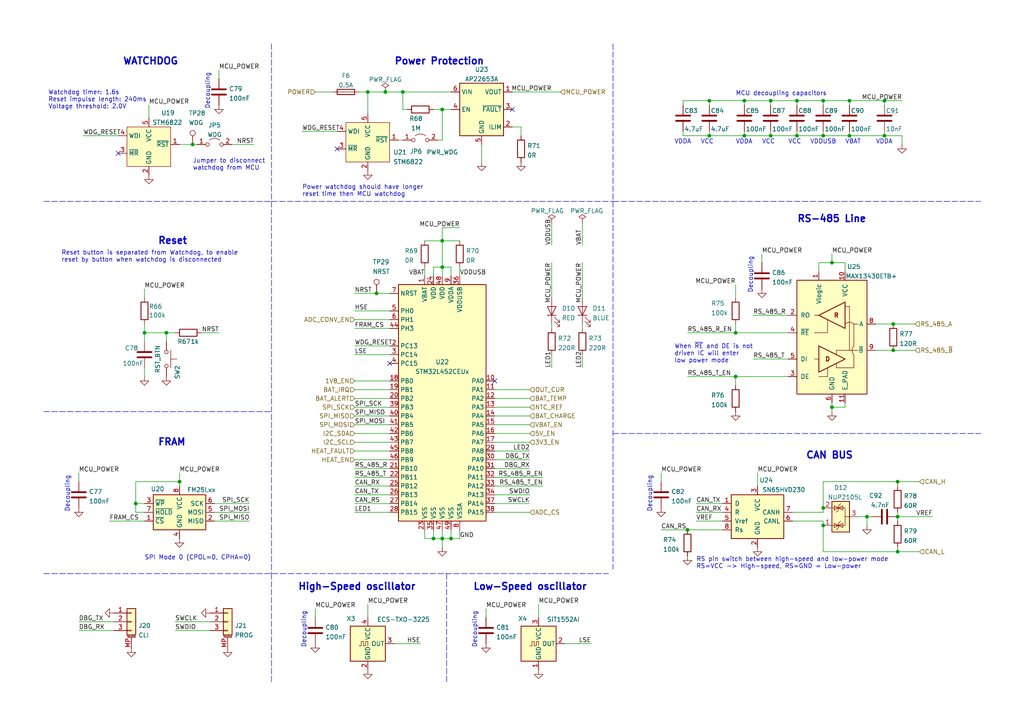
<source format=kicad_sch>
(kicad_sch (version 20210621) (generator eeschema)
  (paper "A4")
  (title_block (title "BUTCube - EPS") (date "2021-06-01") (rev "v1.0") (company "VUT - FIT(STRaDe) & FME(IAE & IPE)") (comment 1 "Author: Petr Malaník"))
  (lib_symbols
    (symbol "Connector:TestPoint" (pin_numbers hide) (pin_names (offset 0.762) hide)
      (property "Reference" "TP" (at 0 6.858 0))
      (property "Value" "TestPoint" (at 0 5.08 0))
      (symbol "TestPoint_1_1"
        (pin passive line (at 0 0 90) (length 2.54) (name "1") (number "1"))
      )
    )
    (symbol "Connector_Generic_MountingPin:Conn_01x03_MountingPin" (pin_names (offset 1.016) hide)
      (property "Reference" "J" (at 0 5.08 0))
      (property "Value" "Conn_01x03_MountingPin" (at 1.27 -5.08 0))
      (symbol "Conn_01x03_MountingPin_1_1"
        (text "Mounting" (at 0 -4.191 0) (effects (font (size 0.381 0.381))))
        (pin passive line (at -5.08 2.54 0) (length 3.81) (name "Pin_1") (number "1"))
        (pin passive line (at -5.08 0 0) (length 3.81) (name "Pin_2") (number "2"))
        (pin passive line (at -5.08 -2.54 0) (length 3.81) (name "Pin_3") (number "3"))
        (pin passive line (at 0 -7.62 90) (length 3.048) (name "MountPin") (number "MP"))
      )
    )
    (symbol "Device:C" (pin_numbers hide) (pin_names (offset 0.254))
      (property "Reference" "C" (at 0.635 2.54 0))
      (property "Value" "C" (at 0.635 -2.54 0))
      (symbol "C_1_1"
        (pin passive line (at 0 3.81 270) (length 2.794) (name "~") (number "1"))
        (pin passive line (at 0 -3.81 90) (length 2.794) (name "~") (number "2"))
      )
    )
    (symbol "Device:Fuse" (pin_numbers hide) (pin_names (offset 0))
      (property "Reference" "F" (at 2.032 0 90))
      (property "Value" "Fuse" (at -1.905 0 90))
      (symbol "Fuse_1_1"
        (pin passive line (at 0 3.81 270) (length 1.27) (name "~") (number "1"))
        (pin passive line (at 0 -3.81 90) (length 1.27) (name "~") (number "2"))
      )
    )
    (symbol "Device:LED" (pin_numbers hide) (pin_names (offset 1.016) hide)
      (property "Reference" "D" (at 0 2.54 0))
      (property "Value" "LED" (at 0 -2.54 0))
      (symbol "LED_1_1"
        (pin passive line (at -3.81 0 0) (length 2.54) (name "K") (number "1"))
        (pin passive line (at 3.81 0 180) (length 2.54) (name "A") (number "2"))
      )
    )
    (symbol "Device:R" (pin_numbers hide) (pin_names (offset 0))
      (property "Reference" "R" (at 2.032 0 90))
      (property "Value" "R" (at 0 0 90))
      (symbol "R_1_1"
        (pin passive line (at 0 3.81 270) (length 1.27) (name "~") (number "1"))
        (pin passive line (at 0 -3.81 90) (length 1.27) (name "~") (number "2"))
      )
    )
    (symbol "Interface_CAN_LIN:SN65HVD230" (pin_names (offset 1.016))
      (property "Reference" "U" (at -2.54 10.16 0))
      (property "Value" "SN65HVD230" (at -2.54 7.62 0))
      (symbol "SN65HVD230_1_1"
        (pin input line (at -10.16 2.54 0) (length 2.54) (name "D") (number "1"))
        (pin power_in line (at 0 -10.16 90) (length 2.54) (name "GND") (number "2"))
        (pin power_in line (at 0 7.62 270) (length 2.54) (name "VCC") (number "3"))
        (pin output line (at -10.16 0 0) (length 2.54) (name "R") (number "4"))
        (pin output line (at -10.16 -2.54 0) (length 2.54) (name "Vref") (number "5"))
        (pin bidirectional line (at 10.16 -2.54 180) (length 2.54) (name "CANL") (number "6"))
        (pin bidirectional line (at 10.16 0 180) (length 2.54) (name "CANH") (number "7"))
        (pin input line (at -10.16 -5.08 0) (length 2.54) (name "Rs") (number "8"))
      )
    )
    (symbol "Jumper:Jumper_2_Open" (pin_names (offset 0) hide)
      (property "Reference" "JP" (at 0 2.794 0))
      (property "Value" "Jumper_2_Open" (at 0 -2.286 0))
      (symbol "Jumper_2_Open_1_1"
        (pin passive line (at -5.08 0 0) (length 2.54) (name "A") (number "1"))
        (pin passive line (at 5.08 0 180) (length 2.54) (name "B") (number "2"))
      )
    )
    (symbol "MCU_ST_STM32L4:STM32L452CEUx"
      (property "Reference" "U" (at -12.7 34.29 0))
      (property "Value" "STM32L452CEUx" (at 7.62 34.29 0))
      (symbol "STM32L452CEUx_1_1"
        (pin power_in line (at -5.08 35.56 270) (length 2.54) (name "VBAT") (number "1"))
        (pin bidirectional line (at 15.24 5.08 180) (length 2.54) (name "PA0") (number "10"))
        (pin bidirectional line (at 15.24 2.54 180) (length 2.54) (name "PA1") (number "11"))
        (pin bidirectional line (at 15.24 0 180) (length 2.54) (name "PA2") (number "12"))
        (pin bidirectional line (at 15.24 -2.54 180) (length 2.54) (name "PA3") (number "13"))
        (pin bidirectional line (at 15.24 -5.08 180) (length 2.54) (name "PA4") (number "14"))
        (pin bidirectional line (at 15.24 -7.62 180) (length 2.54) (name "PA5") (number "15"))
        (pin bidirectional line (at 15.24 -10.16 180) (length 2.54) (name "PA6") (number "16"))
        (pin bidirectional line (at 15.24 -12.7 180) (length 2.54) (name "PA7") (number "17"))
        (pin bidirectional line (at -15.24 5.08 0) (length 2.54) (name "PB0") (number "18"))
        (pin bidirectional line (at -15.24 2.54 0) (length 2.54) (name "PB1") (number "19"))
        (pin bidirectional line (at -15.24 15.24 0) (length 2.54) (name "PC13") (number "2"))
        (pin bidirectional line (at -15.24 0 0) (length 2.54) (name "PB2") (number "20"))
        (pin bidirectional line (at -15.24 -20.32 0) (length 2.54) (name "PB10") (number "21"))
        (pin bidirectional line (at -15.24 -22.86 0) (length 2.54) (name "PB11") (number "22"))
        (pin power_in line (at -5.08 -38.1 90) (length 2.54) (name "VSS") (number "23"))
        (pin power_in line (at -2.54 35.56 270) (length 2.54) (name "VDD") (number "24"))
        (pin bidirectional line (at -15.24 -25.4 0) (length 2.54) (name "PB12") (number "25"))
        (pin bidirectional line (at -15.24 -27.94 0) (length 2.54) (name "PB13") (number "26"))
        (pin bidirectional line (at -15.24 -30.48 0) (length 2.54) (name "PB14") (number "27"))
        (pin bidirectional line (at -15.24 -33.02 0) (length 2.54) (name "PB15") (number "28"))
        (pin bidirectional line (at 15.24 -15.24 180) (length 2.54) (name "PA8") (number "29"))
        (pin bidirectional line (at -15.24 12.7 0) (length 2.54) (name "PC14") (number "3"))
        (pin bidirectional line (at 15.24 -17.78 180) (length 2.54) (name "PA9") (number "30"))
        (pin bidirectional line (at 15.24 -20.32 180) (length 2.54) (name "PA10") (number "31"))
        (pin bidirectional line (at 15.24 -22.86 180) (length 2.54) (name "PA11") (number "32"))
        (pin bidirectional line (at 15.24 -25.4 180) (length 2.54) (name "PA12") (number "33"))
        (pin bidirectional line (at 15.24 -27.94 180) (length 2.54) (name "PA13") (number "34"))
        (pin power_in line (at -2.54 -38.1 90) (length 2.54) (name "VSS") (number "35"))
        (pin power_in line (at 5.08 35.56 270) (length 2.54) (name "VDDUSB") (number "36"))
        (pin bidirectional line (at 15.24 -30.48 180) (length 2.54) (name "PA14") (number "37"))
        (pin bidirectional line (at 15.24 -33.02 180) (length 2.54) (name "PA15") (number "38"))
        (pin bidirectional line (at -15.24 -2.54 0) (length 2.54) (name "PB3") (number "39"))
        (pin bidirectional line (at -15.24 10.16 0) (length 2.54) (name "PC15") (number "4"))
        (pin bidirectional line (at -15.24 -5.08 0) (length 2.54) (name "PB4") (number "40"))
        (pin bidirectional line (at -15.24 -7.62 0) (length 2.54) (name "PB5") (number "41"))
        (pin bidirectional line (at -15.24 -10.16 0) (length 2.54) (name "PB6") (number "42"))
        (pin bidirectional line (at -15.24 -12.7 0) (length 2.54) (name "PB7") (number "43"))
        (pin bidirectional line (at -15.24 20.32 0) (length 2.54) (name "PH3") (number "44"))
        (pin bidirectional line (at -15.24 -15.24 0) (length 2.54) (name "PB8") (number "45"))
        (pin bidirectional line (at -15.24 -17.78 0) (length 2.54) (name "PB9") (number "46"))
        (pin power_in line (at 0 -38.1 90) (length 2.54) (name "VSS") (number "47"))
        (pin power_in line (at 0 35.56 270) (length 2.54) (name "VDD") (number "48"))
        (pin power_in line (at 2.54 -38.1 90) (length 2.54) (name "VSS") (number "49"))
        (pin input line (at -15.24 25.4 0) (length 2.54) (name "PH0") (number "5"))
        (pin input line (at -15.24 22.86 0) (length 2.54) (name "PH1") (number "6"))
        (pin input line (at -15.24 30.48 0) (length 2.54) (name "NRST") (number "7"))
        (pin power_in line (at 5.08 -38.1 90) (length 2.54) (name "VSSA") (number "8"))
        (pin power_in line (at 2.54 35.56 270) (length 2.54) (name "VDDA") (number "9"))
      )
    )
    (symbol "Power_Protection:NUP2105L" (pin_names hide)
      (property "Reference" "D" (at 5.715 2.54 0))
      (property "Value" "NUP2105L" (at 5.715 0.635 0))
      (symbol "NUP2105L_0_0"
        (pin passive line (at 0 -5.08 90) (length 2.54) (name "A") (number "3"))
      )
      (symbol "NUP2105L_1_1"
        (pin passive line (at -2.54 5.08 270) (length 2.54) (name "K") (number "1"))
        (pin passive line (at 2.54 5.08 270) (length 2.54) (name "K") (number "2"))
      )
    )
    (symbol "Switch:SW_Push" (pin_numbers hide) (pin_names (offset 1.016) hide)
      (property "Reference" "SW" (at 1.27 2.54 0))
      (property "Value" "SW_Push" (at 0 -1.524 0))
      (symbol "SW_Push_0_1"
        (pin passive line (at -5.08 0 0) (length 2.54) (name "1") (number "1"))
        (pin passive line (at 5.08 0 180) (length 2.54) (name "2") (number "2"))
      )
    )
    (symbol "TCY_IC:MAX13430ETB+" (pin_names (offset 1.016))
      (property "Reference" "U" (at -10.16 19.05 0))
      (property "Value" "MAX13430ETB+" (at 5.08 19.05 0))
      (symbol "MAX13430ETB+_0_0"
        (text "D" (at -1.27 -5.08 0) (effects (font (size 1.27 1.27) bold)))
        (text "R" (at 1.27 7.62 0) (effects (font (size 1.27 1.27) bold)))
      )
      (symbol "MAX13430ETB+_1_1"
        (pin power_in line (at -3.81 20.32 270) (length 2.54) (name "Vlogic") (number "1"))
        (pin power_in line (at 3.81 20.32 270) (length 2.54) (name "VCC") (number "10"))
        (pin power_in line (at 3.81 -17.78 90) (length 2.54) (name "E_PAD") (number "11"))
        (pin output line (at -12.7 7.62 0) (length 2.54) (name "RO") (number "2"))
        (pin input line (at -12.7 -10.16 0) (length 2.54) (name "DE") (number "3"))
        (pin input line (at -12.7 2.54 0) (length 2.54) (name "~{RE}") (number "4"))
        (pin input line (at -12.7 -5.08 0) (length 2.54) (name "DI") (number "5"))
        (pin power_in line (at 0 -17.78 90) (length 2.54) (name "GND") (number "6"))
        (pin no_connect line (at 10.16 1.27 180) (length 2.54) hide (name "NC") (number "7"))
        (pin input line (at 12.7 5.08 180) (length 2.54) (name "A") (number "8"))
        (pin input line (at 12.7 -2.54 180) (length 2.54) (name "~{B}") (number "9"))
      )
    )
    (symbol "TCY_IC:STM6822"
      (property "Reference" "U" (at 6.35 13.97 0))
      (property "Value" "STM6822" (at 6.35 16.51 0))
      (symbol "STM6822_1_1"
        (pin open_collector line (at 8.89 6.35 180) (length 2.54) (name "~{RST}") (number "1"))
        (pin passive line (at 0 -2.54 90) (length 2.54) (name "GND") (number "2"))
        (pin input line (at -8.89 3.81 0) (length 2.54) (name "~{MR}") (number "3"))
        (pin input line (at -8.89 8.89 0) (length 2.54) (name "WDI") (number "4"))
        (pin power_in line (at 0 13.97 270) (length 2.54) (name "VCC") (number "5"))
      )
    )
    (symbol "TCY_memory:FM25Lxx"
      (property "Reference" "U" (at -7.62 6.35 0))
      (property "Value" "FM25Lxx" (at 2.54 -6.35 0))
      (symbol "FM25Lxx_1_1"
        (pin input line (at -10.16 -2.54 0) (length 2.54) (name "~{CS}") (number "1"))
        (pin tri_state line (at 10.16 -2.54 180) (length 2.54) (name "MISO") (number "2"))
        (pin input line (at -10.16 2.54 0) (length 2.54) (name "~{WP}") (number "3"))
        (pin power_in line (at 0 -7.62 90) (length 2.54) (name "GND") (number "4"))
        (pin input line (at 10.16 0 180) (length 2.54) (name "MOSI") (number "5"))
        (pin input line (at 10.16 2.54 180) (length 2.54) (name "SCK") (number "6"))
        (pin input line (at -10.16 0 0) (length 2.54) (name "~{HOLD}") (number "7"))
        (pin power_in line (at 0 7.62 270) (length 2.54) (name "VCC") (number "8"))
        (pin passive line (at 0 -7.62 90) (length 2.54) hide (name "GND") (number "9"))
      )
    )
    (symbol "TCY_ocillators:ECS-TXO-3225" (pin_names (offset 0.254))
      (property "Reference" "X" (at -6.35 6.35 0))
      (property "Value" "ECS-TXO-3225" (at 1.27 6.35 0))
      (symbol "ECS-TXO-3225_1_1"
        (pin no_connect line (at -7.62 0 0) (length 2.54) hide (name "NC") (number "1"))
        (pin power_in line (at 0 -7.62 90) (length 2.54) (name "GND") (number "2"))
        (pin output line (at 7.62 0 180) (length 2.54) (name "OUT") (number "3"))
        (pin power_in line (at 0 7.62 270) (length 2.54) (name "VCC") (number "4"))
      )
    )
    (symbol "TCY_ocillators:SiT1552AI" (pin_names (offset 0.254))
      (property "Reference" "X" (at -6.35 6.35 0))
      (property "Value" "SiT1552AI" (at 1.27 6.35 0))
      (symbol "SiT1552AI_1_1"
        (pin power_in line (at 0 -7.62 90) (length 2.54) (name "GND") (number "1"))
        (pin output line (at 7.62 0 180) (length 2.54) (name "OUT") (number "2"))
        (pin power_in line (at 0 7.62 270) (length 2.54) (name "VCC") (number "3"))
        (pin power_in line (at 0 -7.62 90) (length 2.54) hide (name "GND") (number "4"))
      )
    )
    (symbol "TCY_power_management:AP22653"
      (property "Reference" "U" (at 8.89 7.62 0))
      (property "Value" "AP22653" (at 0 7.62 0))
      (symbol "AP22653_1_1"
        (pin power_out line (at 8.89 2.54 180) (length 2.54) (name "VOUT") (number "1"))
        (pin passive line (at 8.89 -7.62 180) (length 2.54) (name "ILIM") (number "2"))
        (pin output line (at 8.89 -2.54 180) (length 2.54) (name "~{FAULT}") (number "3"))
        (pin input line (at -8.89 -2.54 0) (length 2.54) (name "EN") (number "4"))
        (pin passive line (at 0 -12.7 90) (length 2.54) (name "GND") (number "5"))
        (pin power_in line (at -8.89 2.54 0) (length 2.54) (name "VIN") (number "6"))
        (pin passive line (at 0 -12.7 90) (length 2.54) hide (name "E_PAD") (number "7"))
      )
    )
    (symbol "power:GND" (power) (pin_names (offset 0))
      (property "Value" "GND" (at 0 -3.81 0))
      (symbol "GND_1_1"
        (pin power_in line (at 0 0 270) (length 0) hide (name "GND") (number "1"))
      )
    )
    (symbol "power:PWR_FLAG" (power) (pin_numbers hide) (pin_names (offset 0) hide)
      (property "Value" "PWR_FLAG" (at 0 3.81 0))
      (symbol "PWR_FLAG_0_0"
        (pin power_out line (at 0 0 90) (length 0) (name "pwr") (number "1"))
      )
    )
  )
  (junction (at 39.37 146.05) (diameter 0.9144))
  (junction (at 41.91 96.52) (diameter 0.9144))
  (junction (at 48.26 96.52) (diameter 0.9144))
  (junction (at 52.07 139.7) (diameter 0.9144))
  (junction (at 55.88 41.91) (diameter 0.9144))
  (junction (at 106.68 26.67) (diameter 0.9144))
  (junction (at 109.22 85.09) (diameter 0.9144))
  (junction (at 111.76 26.67) (diameter 0.9144))
  (junction (at 116.84 26.67) (diameter 0.9144))
  (junction (at 125.73 156.21) (diameter 0.9144))
  (junction (at 128.27 31.75) (diameter 0.9144))
  (junction (at 128.27 69.85) (diameter 0.9144))
  (junction (at 128.27 77.47) (diameter 0.9144))
  (junction (at 128.27 156.21) (diameter 0.9144))
  (junction (at 130.81 156.21) (diameter 0.9144))
  (junction (at 199.39 153.67) (diameter 0.9144))
  (junction (at 205.74 29.21) (diameter 0.9144))
  (junction (at 205.74 39.37) (diameter 0.9144))
  (junction (at 213.36 96.52) (diameter 0.9144))
  (junction (at 213.36 109.22) (diameter 0.9144))
  (junction (at 215.9 29.21) (diameter 0.9144))
  (junction (at 215.9 39.37) (diameter 0.9144))
  (junction (at 223.52 29.21) (diameter 0.9144))
  (junction (at 223.52 39.37) (diameter 0.9144))
  (junction (at 231.14 29.21) (diameter 0.9144))
  (junction (at 231.14 39.37) (diameter 0.9144))
  (junction (at 238.76 29.21) (diameter 0.9144))
  (junction (at 238.76 39.37) (diameter 0.9144))
  (junction (at 238.76 147.32) (diameter 0.9144))
  (junction (at 238.76 152.4) (diameter 0.9144))
  (junction (at 241.3 76.2) (diameter 0.9144))
  (junction (at 241.3 118.11) (diameter 0.9144))
  (junction (at 246.38 29.21) (diameter 0.9144))
  (junction (at 246.38 39.37) (diameter 0.9144))
  (junction (at 251.46 149.86) (diameter 0.9144))
  (junction (at 256.54 29.21) (diameter 0.9144))
  (junction (at 256.54 39.37) (diameter 0.9144))
  (junction (at 259.08 93.98) (diameter 0.9144))
  (junction (at 259.08 101.6) (diameter 0.9144))
  (junction (at 260.35 139.7) (diameter 0.9144))
  (junction (at 260.35 149.86) (diameter 0.9144))
  (junction (at 260.35 160.02) (diameter 0.9144))
  (no_connect (at 34.29 44.45))
  (no_connect (at 97.79 43.18))
  (no_connect (at 113.03 105.41))
  (no_connect (at 143.51 110.49))
  (no_connect (at 148.59 31.75))
  (wire (pts (xy 22.86 137.16) (xy 22.86 139.7)))
  (wire (pts (xy 24.13 39.37) (xy 34.29 39.37)))
  (wire (pts (xy 31.75 151.13) (xy 41.91 151.13)))
  (wire (pts (xy 33.02 180.34) (xy 22.86 180.34)))
  (wire (pts (xy 33.02 182.88) (xy 22.86 182.88)))
  (wire (pts (xy 39.37 139.7) (xy 52.07 139.7)))
  (wire (pts (xy 39.37 146.05) (xy 39.37 139.7)))
  (wire (pts (xy 39.37 146.05) (xy 41.91 146.05)))
  (wire (pts (xy 39.37 148.59) (xy 39.37 146.05)))
  (wire (pts (xy 41.91 83.82) (xy 41.91 86.36)))
  (wire (pts (xy 41.91 93.98) (xy 41.91 96.52)))
  (wire (pts (xy 41.91 96.52) (xy 41.91 99.06)))
  (wire (pts (xy 41.91 96.52) (xy 48.26 96.52)))
  (wire (pts (xy 41.91 106.68) (xy 41.91 109.22)))
  (wire (pts (xy 41.91 148.59) (xy 39.37 148.59)))
  (wire (pts (xy 43.18 30.48) (xy 43.18 34.29)))
  (wire (pts (xy 48.26 96.52) (xy 48.26 99.06)))
  (wire (pts (xy 48.26 96.52) (xy 50.8 96.52)))
  (wire (pts (xy 52.07 41.91) (xy 55.88 41.91)))
  (wire (pts (xy 52.07 137.16) (xy 52.07 139.7)))
  (wire (pts (xy 52.07 139.7) (xy 52.07 140.97)))
  (wire (pts (xy 55.88 41.91) (xy 57.15 41.91)))
  (wire (pts (xy 58.42 96.52) (xy 63.5 96.52)))
  (wire (pts (xy 60.96 180.34) (xy 50.8 180.34)))
  (wire (pts (xy 60.96 182.88) (xy 50.8 182.88)))
  (wire (pts (xy 63.5 20.32) (xy 63.5 22.86)))
  (wire (pts (xy 67.31 41.91) (xy 73.66 41.91)))
  (wire (pts (xy 72.39 146.05) (xy 62.23 146.05)))
  (wire (pts (xy 72.39 148.59) (xy 62.23 148.59)))
  (wire (pts (xy 72.39 151.13) (xy 62.23 151.13)))
  (wire (pts (xy 87.63 38.1) (xy 97.79 38.1)))
  (wire (pts (xy 91.44 26.67) (xy 96.52 26.67)))
  (wire (pts (xy 91.44 176.53) (xy 91.44 179.07)))
  (wire (pts (xy 102.87 85.09) (xy 109.22 85.09)))
  (wire (pts (xy 102.87 90.17) (xy 113.03 90.17)))
  (wire (pts (xy 102.87 92.71) (xy 113.03 92.71)))
  (wire (pts (xy 102.87 95.25) (xy 113.03 95.25)))
  (wire (pts (xy 102.87 100.33) (xy 113.03 100.33)))
  (wire (pts (xy 102.87 102.87) (xy 113.03 102.87)))
  (wire (pts (xy 102.87 110.49) (xy 113.03 110.49)))
  (wire (pts (xy 102.87 113.03) (xy 113.03 113.03)))
  (wire (pts (xy 102.87 115.57) (xy 113.03 115.57)))
  (wire (pts (xy 102.87 118.11) (xy 113.03 118.11)))
  (wire (pts (xy 102.87 120.65) (xy 113.03 120.65)))
  (wire (pts (xy 102.87 123.19) (xy 113.03 123.19)))
  (wire (pts (xy 102.87 125.73) (xy 113.03 125.73)))
  (wire (pts (xy 102.87 128.27) (xy 113.03 128.27)))
  (wire (pts (xy 102.87 130.81) (xy 113.03 130.81)))
  (wire (pts (xy 102.87 133.35) (xy 113.03 133.35)))
  (wire (pts (xy 102.87 135.89) (xy 113.03 135.89)))
  (wire (pts (xy 102.87 138.43) (xy 113.03 138.43)))
  (wire (pts (xy 102.87 140.97) (xy 113.03 140.97)))
  (wire (pts (xy 102.87 143.51) (xy 113.03 143.51)))
  (wire (pts (xy 102.87 146.05) (xy 113.03 146.05)))
  (wire (pts (xy 102.87 148.59) (xy 113.03 148.59)))
  (wire (pts (xy 104.14 26.67) (xy 106.68 26.67)))
  (wire (pts (xy 106.68 26.67) (xy 111.76 26.67)))
  (wire (pts (xy 106.68 33.02) (xy 106.68 26.67)))
  (wire (pts (xy 106.68 175.26) (xy 106.68 179.07)))
  (wire (pts (xy 109.22 85.09) (xy 113.03 85.09)))
  (wire (pts (xy 111.76 26.67) (xy 116.84 26.67)))
  (wire (pts (xy 114.3 186.69) (xy 121.92 186.69)))
  (wire (pts (xy 115.57 40.64) (xy 116.84 40.64)))
  (wire (pts (xy 116.84 26.67) (xy 116.84 31.75)))
  (wire (pts (xy 116.84 26.67) (xy 130.81 26.67)))
  (wire (pts (xy 118.11 31.75) (xy 116.84 31.75)))
  (wire (pts (xy 123.19 69.85) (xy 128.27 69.85)))
  (wire (pts (xy 123.19 77.47) (xy 123.19 80.01)))
  (wire (pts (xy 123.19 156.21) (xy 123.19 153.67)))
  (wire (pts (xy 125.73 31.75) (xy 128.27 31.75)))
  (wire (pts (xy 125.73 77.47) (xy 125.73 80.01)))
  (wire (pts (xy 125.73 77.47) (xy 128.27 77.47)))
  (wire (pts (xy 125.73 153.67) (xy 125.73 156.21)))
  (wire (pts (xy 125.73 156.21) (xy 123.19 156.21)))
  (wire (pts (xy 127 40.64) (xy 128.27 40.64)))
  (wire (pts (xy 128.27 31.75) (xy 128.27 40.64)))
  (wire (pts (xy 128.27 31.75) (xy 130.81 31.75)))
  (wire (pts (xy 128.27 66.04) (xy 133.35 66.04)))
  (wire (pts (xy 128.27 69.85) (xy 128.27 66.04)))
  (wire (pts (xy 128.27 69.85) (xy 128.27 77.47)))
  (wire (pts (xy 128.27 69.85) (xy 133.35 69.85)))
  (wire (pts (xy 128.27 77.47) (xy 128.27 80.01)))
  (wire (pts (xy 128.27 153.67) (xy 128.27 156.21)))
  (wire (pts (xy 128.27 156.21) (xy 125.73 156.21)))
  (wire (pts (xy 128.27 156.21) (xy 130.81 156.21)))
  (wire (pts (xy 128.27 158.75) (xy 128.27 156.21)))
  (wire (pts (xy 130.81 77.47) (xy 128.27 77.47)))
  (wire (pts (xy 130.81 80.01) (xy 130.81 77.47)))
  (wire (pts (xy 130.81 153.67) (xy 130.81 156.21)))
  (wire (pts (xy 130.81 156.21) (xy 133.35 156.21)))
  (wire (pts (xy 133.35 77.47) (xy 133.35 80.01)))
  (wire (pts (xy 133.35 156.21) (xy 133.35 153.67)))
  (wire (pts (xy 139.7 41.91) (xy 139.7 46.99)))
  (wire (pts (xy 140.97 176.53) (xy 140.97 179.07)))
  (wire (pts (xy 143.51 113.03) (xy 153.67 113.03)))
  (wire (pts (xy 143.51 115.57) (xy 153.67 115.57)))
  (wire (pts (xy 143.51 118.11) (xy 153.67 118.11)))
  (wire (pts (xy 143.51 120.65) (xy 153.67 120.65)))
  (wire (pts (xy 143.51 123.19) (xy 153.67 123.19)))
  (wire (pts (xy 143.51 125.73) (xy 153.67 125.73)))
  (wire (pts (xy 143.51 128.27) (xy 153.67 128.27)))
  (wire (pts (xy 143.51 130.81) (xy 153.67 130.81)))
  (wire (pts (xy 143.51 133.35) (xy 153.67 133.35)))
  (wire (pts (xy 143.51 135.89) (xy 153.67 135.89)))
  (wire (pts (xy 143.51 138.43) (xy 157.48 138.43)))
  (wire (pts (xy 143.51 140.97) (xy 157.48 140.97)))
  (wire (pts (xy 143.51 143.51) (xy 153.67 143.51)))
  (wire (pts (xy 143.51 146.05) (xy 153.67 146.05)))
  (wire (pts (xy 143.51 148.59) (xy 153.67 148.59)))
  (wire (pts (xy 148.59 26.67) (xy 162.56 26.67)))
  (wire (pts (xy 148.59 36.83) (xy 151.13 36.83)))
  (wire (pts (xy 151.13 36.83) (xy 151.13 39.37)))
  (wire (pts (xy 156.21 175.26) (xy 156.21 179.07)))
  (wire (pts (xy 160.02 64.77) (xy 160.02 71.12)))
  (wire (pts (xy 160.02 76.2) (xy 160.02 86.36)))
  (wire (pts (xy 160.02 93.98) (xy 160.02 95.25)))
  (wire (pts (xy 160.02 102.87) (xy 160.02 106.68)))
  (wire (pts (xy 163.83 186.69) (xy 171.45 186.69)))
  (wire (pts (xy 168.91 64.77) (xy 168.91 71.12)))
  (wire (pts (xy 168.91 76.2) (xy 168.91 86.36)))
  (wire (pts (xy 168.91 93.98) (xy 168.91 95.25)))
  (wire (pts (xy 168.91 102.87) (xy 168.91 106.68)))
  (wire (pts (xy 191.77 137.16) (xy 191.77 139.7)))
  (wire (pts (xy 191.77 153.67) (xy 199.39 153.67)))
  (wire (pts (xy 198.12 29.21) (xy 205.74 29.21)))
  (wire (pts (xy 198.12 30.48) (xy 198.12 29.21)))
  (wire (pts (xy 198.12 39.37) (xy 198.12 38.1)))
  (wire (pts (xy 199.39 96.52) (xy 213.36 96.52)))
  (wire (pts (xy 199.39 109.22) (xy 213.36 109.22)))
  (wire (pts (xy 199.39 153.67) (xy 209.55 153.67)))
  (wire (pts (xy 201.93 146.05) (xy 209.55 146.05)))
  (wire (pts (xy 201.93 148.59) (xy 209.55 148.59)))
  (wire (pts (xy 201.93 151.13) (xy 209.55 151.13)))
  (wire (pts (xy 205.74 29.21) (xy 205.74 30.48)))
  (wire (pts (xy 205.74 29.21) (xy 215.9 29.21)))
  (wire (pts (xy 205.74 38.1) (xy 205.74 39.37)))
  (wire (pts (xy 205.74 39.37) (xy 198.12 39.37)))
  (wire (pts (xy 205.74 39.37) (xy 215.9 39.37)))
  (wire (pts (xy 213.36 82.55) (xy 213.36 86.36)))
  (wire (pts (xy 213.36 93.98) (xy 213.36 96.52)))
  (wire (pts (xy 213.36 96.52) (xy 228.6 96.52)))
  (wire (pts (xy 213.36 109.22) (xy 213.36 111.76)))
  (wire (pts (xy 213.36 109.22) (xy 228.6 109.22)))
  (wire (pts (xy 215.9 29.21) (xy 223.52 29.21)))
  (wire (pts (xy 215.9 30.48) (xy 215.9 29.21)))
  (wire (pts (xy 215.9 39.37) (xy 215.9 38.1)))
  (wire (pts (xy 218.44 91.44) (xy 228.6 91.44)))
  (wire (pts (xy 218.44 104.14) (xy 228.6 104.14)))
  (wire (pts (xy 219.71 137.16) (xy 219.71 140.97)))
  (wire (pts (xy 220.98 73.66) (xy 220.98 76.2)))
  (wire (pts (xy 223.52 29.21) (xy 231.14 29.21)))
  (wire (pts (xy 223.52 30.48) (xy 223.52 29.21)))
  (wire (pts (xy 223.52 39.37) (xy 215.9 39.37)))
  (wire (pts (xy 223.52 39.37) (xy 223.52 38.1)))
  (wire (pts (xy 229.87 148.59) (xy 238.76 148.59)))
  (wire (pts (xy 229.87 151.13) (xy 238.76 151.13)))
  (wire (pts (xy 231.14 29.21) (xy 231.14 30.48)))
  (wire (pts (xy 231.14 29.21) (xy 238.76 29.21)))
  (wire (pts (xy 231.14 38.1) (xy 231.14 39.37)))
  (wire (pts (xy 231.14 39.37) (xy 223.52 39.37)))
  (wire (pts (xy 237.49 76.2) (xy 241.3 76.2)))
  (wire (pts (xy 237.49 78.74) (xy 237.49 76.2)))
  (wire (pts (xy 238.76 29.21) (xy 238.76 30.48)))
  (wire (pts (xy 238.76 29.21) (xy 246.38 29.21)))
  (wire (pts (xy 238.76 38.1) (xy 238.76 39.37)))
  (wire (pts (xy 238.76 39.37) (xy 231.14 39.37)))
  (wire (pts (xy 238.76 139.7) (xy 238.76 147.32)))
  (wire (pts (xy 238.76 148.59) (xy 238.76 147.32)))
  (wire (pts (xy 238.76 151.13) (xy 238.76 152.4)))
  (wire (pts (xy 238.76 152.4) (xy 238.76 160.02)))
  (wire (pts (xy 241.3 76.2) (xy 241.3 73.66)))
  (wire (pts (xy 241.3 116.84) (xy 241.3 118.11)))
  (wire (pts (xy 241.3 118.11) (xy 241.3 119.38)))
  (wire (pts (xy 245.11 76.2) (xy 241.3 76.2)))
  (wire (pts (xy 245.11 78.74) (xy 245.11 76.2)))
  (wire (pts (xy 245.11 116.84) (xy 245.11 118.11)))
  (wire (pts (xy 245.11 118.11) (xy 241.3 118.11)))
  (wire (pts (xy 246.38 29.21) (xy 246.38 30.48)))
  (wire (pts (xy 246.38 29.21) (xy 256.54 29.21)))
  (wire (pts (xy 246.38 38.1) (xy 246.38 39.37)))
  (wire (pts (xy 246.38 39.37) (xy 238.76 39.37)))
  (wire (pts (xy 246.38 39.37) (xy 256.54 39.37)))
  (wire (pts (xy 248.92 149.86) (xy 251.46 149.86)))
  (wire (pts (xy 251.46 149.86) (xy 251.46 152.4)))
  (wire (pts (xy 251.46 149.86) (xy 252.73 149.86)))
  (wire (pts (xy 254 93.98) (xy 259.08 93.98)))
  (wire (pts (xy 254 101.6) (xy 259.08 101.6)))
  (wire (pts (xy 256.54 29.21) (xy 256.54 30.48)))
  (wire (pts (xy 256.54 29.21) (xy 261.62 29.21)))
  (wire (pts (xy 256.54 38.1) (xy 256.54 39.37)))
  (wire (pts (xy 256.54 39.37) (xy 261.62 39.37)))
  (wire (pts (xy 259.08 93.98) (xy 265.43 93.98)))
  (wire (pts (xy 259.08 101.6) (xy 265.43 101.6)))
  (wire (pts (xy 260.35 139.7) (xy 238.76 139.7)))
  (wire (pts (xy 260.35 139.7) (xy 260.35 140.97)))
  (wire (pts (xy 260.35 148.59) (xy 260.35 149.86)))
  (wire (pts (xy 260.35 149.86) (xy 270.51 149.86)))
  (wire (pts (xy 260.35 151.13) (xy 260.35 149.86)))
  (wire (pts (xy 260.35 158.75) (xy 260.35 160.02)))
  (wire (pts (xy 260.35 160.02) (xy 238.76 160.02)))
  (wire (pts (xy 261.62 39.37) (xy 261.62 41.91)))
  (wire (pts (xy 266.7 139.7) (xy 260.35 139.7)))
  (wire (pts (xy 266.7 160.02) (xy 260.35 160.02)))
  (polyline (pts (xy 12.7 58.42) (xy 78.74 58.42)) (stroke (width 0) (type dash)))
  (polyline (pts (xy 12.7 119.38) (xy 78.74 119.38)) (stroke (width 0) (type dash)))
  (polyline (pts (xy 12.7 166.37) (xy 176.53 166.37)) (stroke (width 0) (type dash)))
  (polyline (pts (xy 78.74 12.7) (xy 78.74 166.37)) (stroke (width 0) (type dash)))
  (polyline (pts (xy 78.74 58.42) (xy 177.8 58.42)) (stroke (width 0) (type dash)))
  (polyline (pts (xy 78.74 166.37) (xy 78.74 198.12)) (stroke (width 0) (type dash)))
  (polyline (pts (xy 129.54 166.37) (xy 129.54 198.12)) (stroke (width 0) (type dash)))
  (polyline (pts (xy 177.8 12.7) (xy 177.8 165.1)) (stroke (width 0) (type dash)))
  (polyline (pts (xy 177.8 58.42) (xy 284.48 58.42)) (stroke (width 0) (type dash)))
  (polyline (pts (xy 177.8 125.73) (xy 284.48 125.73)) (stroke (width 0) (type dash)))
  (text "Watchdog timer: 1.6s\nReset impulse length: 240ms\nVoltage threshold: 2.0V" (at 13.97 31.75 0) (effects (font (size 1.27 1.27)) (justify left bottom)))
  (text "Reset button is separated from Watchdog, to enable\nreset by button when watchdog is disconnected" (at 17.78 76.2 0) (effects (font (size 1.27 1.27)) (justify left bottom)))
  (text "Decoupling" (at 20.32 148.59 90) (effects (font (size 1.27 1.27)) (justify left bottom)))
  (text "WATCHDOG" (at 35.56 19.05 0) (effects (font (size 2 2) (thickness 0.4) bold) (justify left bottom)))
  (text "SPI Mode 0 (CPOL=0, CPHA=0)" (at 41.91 162.56 0) (effects (font (size 1.27 1.27)) (justify left bottom)))
  (text "Reset" (at 45.72 71.12 0) (effects (font (size 2 2) (thickness 0.4) bold) (justify left bottom)))
  (text "FRAM" (at 45.72 129.54 0) (effects (font (size 2 2) (thickness 0.4) bold) (justify left bottom)))
  (text "Jumper to disconnect\nwatchdog from MCU" (at 55.88 49.53 0) (effects (font (size 1.27 1.27)) (justify left bottom)))
  (text "Decoupling" (at 60.96 31.75 90) (effects (font (size 1.27 1.27)) (justify left bottom)))
  (text "High-Speed oscillator" (at 86.36 171.45 0) (effects (font (size 2 2) (thickness 0.4) bold) (justify left bottom)))
  (text "Power watchdog should have longer\nreset time then MCU watchdog" (at 87.63 57.15 0) (effects (font (size 1.27 1.27)) (justify left bottom)))
  (text "Decoupling" (at 88.9 187.96 90) (effects (font (size 1.27 1.27)) (justify left bottom)))
  (text "Power Protection" (at 114.3 19.05 0) (effects (font (size 2 2) (thickness 0.4) bold) (justify left bottom)))
  (text "Low-Speed oscillator" (at 137.16 171.45 0) (effects (font (size 2 2) (thickness 0.4) bold) (justify left bottom)))
  (text "Decoupling" (at 138.43 187.96 90) (effects (font (size 1.27 1.27)) (justify left bottom)))
  (text "Decoupling" (at 189.23 148.59 90) (effects (font (size 1.27 1.27)) (justify left bottom)))
  (text "VDDA" (at 195.58 41.91 0) (effects (font (size 1.27 1.27)) (justify left bottom)))
  (text "When ~{RE} and DE is not\ndriven IC will enter\nlow power mode" (at 195.58 105.41 0) (effects (font (size 1.27 1.27)) (justify left bottom)))
  (text "RS pin switch between high-speed and low-power mode\nRS=VCC -> High-speed, RS=GND = Low-power" (at 201.93 165.1 0) (effects (font (size 1.27 1.27)) (justify left bottom)))
  (text "VCC" (at 203.2 41.91 0) (effects (font (size 1.27 1.27)) (justify left bottom)))
  (text "MCU decoupling capacitors" (at 213.36 27.94 0) (effects (font (size 1.27 1.27)) (justify left bottom)))
  (text "VDDA" (at 213.36 41.91 0) (effects (font (size 1.27 1.27)) (justify left bottom)))
  (text "Decoupling" (at 218.44 85.09 90) (effects (font (size 1.27 1.27)) (justify left bottom)))
  (text "VCC" (at 220.98 41.91 0) (effects (font (size 1.27 1.27)) (justify left bottom)))
  (text "VCC" (at 228.6 41.91 0) (effects (font (size 1.27 1.27)) (justify left bottom)))
  (text "RS-485 Line" (at 231.14 64.77 0) (effects (font (size 2 2) (thickness 0.4) bold) (justify left bottom)))
  (text "CAN BUS" (at 233.68 133.35 0) (effects (font (size 2 2) (thickness 0.4) bold) (justify left bottom)))
  (text "VDDUSB" (at 234.95 41.91 0) (effects (font (size 1.27 1.27)) (justify left bottom)))
  (text "VBAT" (at 245.11 41.91 0) (effects (font (size 1.27 1.27)) (justify left bottom)))
  (text "VDDA" (at 254 41.91 0) (effects (font (size 1.27 1.27)) (justify left bottom)))
  (label "MCU_POWER" (at 22.86 137.16 0))
  (label "DBG_TX" (at 22.86 180.34 0))
  (label "DBG_RX" (at 22.86 182.88 0))
  (label "WDG_RESET" (at 24.13 39.37 0))
  (label "FRAM_CS" (at 31.75 151.13 0))
  (label "MCU_POWER" (at 41.91 83.82 0))
  (label "MCU_POWER" (at 43.18 30.48 0))
  (label "SWCLK" (at 50.8 180.34 0))
  (label "SWDIO" (at 50.8 182.88 0))
  (label "MCU_POWER" (at 52.07 137.16 0))
  (label "MCU_POWER" (at 63.5 20.32 0))
  (label "NRST" (at 63.5 96.52 180))
  (label "SPI_SCK" (at 72.39 146.05 180))
  (label "SPI_MOSI" (at 72.39 148.59 180))
  (label "SPI_MISO" (at 72.39 151.13 180))
  (label "NRST" (at 73.66 41.91 180))
  (label "WDG_RESET" (at 87.63 38.1 0))
  (label "MCU_POWER" (at 91.44 176.53 0))
  (label "NRST" (at 102.87 85.09 0))
  (label "HSE" (at 102.87 90.17 0))
  (label "FRAM_CS" (at 102.87 95.25 0))
  (label "WDG_RESET" (at 102.87 100.33 0))
  (label "LSE" (at 102.87 102.87 0))
  (label "SPI_SCK" (at 102.87 118.11 0))
  (label "SPI_MISO" (at 102.87 120.65 0))
  (label "SPI_MOSI" (at 102.87 123.19 0))
  (label "RS_485_R" (at 102.87 135.89 0))
  (label "RS_485_T" (at 102.87 138.43 0))
  (label "CAN_RX" (at 102.87 140.97 0))
  (label "CAN_TX" (at 102.87 143.51 0))
  (label "CAN_RS" (at 102.87 146.05 0))
  (label "LED1" (at 102.87 148.59 0))
  (label "MCU_POWER" (at 106.68 175.26 0))
  (label "HSE" (at 121.92 186.69 180))
  (label "VBAT" (at 123.19 80.01 180))
  (label "MCU_POWER" (at 133.35 66.04 180))
  (label "VDDUSB" (at 133.35 80.01 0))
  (label "GND" (at 133.35 156.21 0))
  (label "MCU_POWER" (at 140.97 176.53 0))
  (label "LED2" (at 153.67 130.81 180))
  (label "DBG_TX" (at 153.67 133.35 180))
  (label "DBG_RX" (at 153.67 135.89 180))
  (label "SWDIO" (at 153.67 143.51 180))
  (label "SWCLK" (at 153.67 146.05 180))
  (label "MCU_POWER" (at 156.21 175.26 0))
  (label "RS_485_R_EN" (at 157.48 138.43 180))
  (label "RS_485_T_EN" (at 157.48 140.97 180))
  (label "MCU_POWER" (at 160.02 26.67 180))
  (label "VDDUSB" (at 160.02 71.12 90))
  (label "MCU_POWER" (at 160.02 76.2 270))
  (label "LED1" (at 160.02 106.68 90))
  (label "VBAT" (at 168.91 71.12 90))
  (label "MCU_POWER" (at 168.91 76.2 270))
  (label "LED2" (at 168.91 106.68 90))
  (label "LSE" (at 171.45 186.69 180))
  (label "MCU_POWER" (at 191.77 137.16 0))
  (label "CAN_RS" (at 191.77 153.67 0))
  (label "RS_485_R_EN" (at 199.39 96.52 0))
  (label "RS_485_T_EN" (at 199.39 109.22 0))
  (label "CAN_TX" (at 201.93 146.05 0))
  (label "CAN_RX" (at 201.93 148.59 0))
  (label "VREF" (at 201.93 151.13 0))
  (label "MCU_POWER" (at 213.36 82.55 180))
  (label "RS_485_R" (at 218.44 91.44 0))
  (label "RS_485_T" (at 218.44 104.14 0))
  (label "MCU_POWER" (at 219.71 137.16 0))
  (label "MCU_POWER" (at 220.98 73.66 0))
  (label "MCU_POWER" (at 241.3 73.66 0))
  (label "MCU_POWER" (at 261.62 29.21 180))
  (label "VREF" (at 270.51 149.86 180))
  (hierarchical_label "POWER" (shape input) (at 91.44 26.67 180))
  (hierarchical_label "ADC_CONV_EN" (shape input) (at 102.87 92.71 180))
  (hierarchical_label "1V8_EN" (shape input) (at 102.87 110.49 180))
  (hierarchical_label "BAT_IRQ" (shape input) (at 102.87 113.03 180))
  (hierarchical_label "BAT_ALERT" (shape input) (at 102.87 115.57 180))
  (hierarchical_label "SPI_SCK" (shape input) (at 102.87 118.11 180))
  (hierarchical_label "SPI_MISO" (shape input) (at 102.87 120.65 180))
  (hierarchical_label "SPI_MOSI" (shape input) (at 102.87 123.19 180))
  (hierarchical_label "I2C_SDA" (shape input) (at 102.87 125.73 180))
  (hierarchical_label "I2C_SCL" (shape input) (at 102.87 128.27 180))
  (hierarchical_label "HEAT_FAULT" (shape input) (at 102.87 130.81 180))
  (hierarchical_label "HEAT_EN" (shape input) (at 102.87 133.35 180))
  (hierarchical_label "OUT_CUR" (shape input) (at 153.67 113.03 0))
  (hierarchical_label "BAT_TEMP" (shape input) (at 153.67 115.57 0))
  (hierarchical_label "NTC_REF" (shape input) (at 153.67 118.11 0))
  (hierarchical_label "BAT_CHARGE" (shape input) (at 153.67 120.65 0))
  (hierarchical_label "VBAT_EN" (shape input) (at 153.67 123.19 0))
  (hierarchical_label "5V_EN" (shape input) (at 153.67 125.73 0))
  (hierarchical_label "3V3_EN" (shape input) (at 153.67 128.27 0))
  (hierarchical_label "ADC_CS" (shape input) (at 153.67 148.59 0))
  (hierarchical_label "MCU_POWER" (shape input) (at 162.56 26.67 0))
  (hierarchical_label "RS_485_A" (shape input) (at 265.43 93.98 0))
  (hierarchical_label "RS_485_~{B}" (shape input) (at 265.43 101.6 0))
  (hierarchical_label "CAN_H" (shape input) (at 266.7 139.7 0))
  (hierarchical_label "CAN_L" (shape input) (at 266.7 160.02 0))
  (symbol (lib_id "power:PWR_FLAG") (at 111.76 26.67 0)
    (property "Reference" "#FLG016" (effects hide))
    (property "Value" "PWR_FLAG" (at 111.76 23.0654 0))
  )
  (symbol (lib_id "power:PWR_FLAG") (at 160.02 64.77 0)
    (property "Reference" "#FLG017" (effects hide))
    (property "Value" "PWR_FLAG" (at 158.75 61.1654 0))
  )
  (symbol (lib_id "power:PWR_FLAG") (at 168.91 64.77 0)
    (property "Reference" "#FLG018" (effects hide))
    (property "Value" "PWR_FLAG" (at 170.18 61.1654 0))
  )
  (symbol (lib_id "Connector:TestPoint") (at 55.88 41.91 0)
    (property "Reference" "TP28" (at 54.7371 32.81 0) (effects (justify left)))
    (property "Value" "WDG" (at 54.7371 35.5851 0) (effects (justify left)))
    (property "Footprint" "TCY_connectors:TestPoint_Pad_D0.5mm" (effects hide))
  )
  (symbol (lib_id "Connector:TestPoint") (at 109.22 85.09 0)
    (property "Reference" "TP29" (at 108.0771 75.99 0) (effects (justify left)))
    (property "Value" "NRST" (at 108.0771 78.7651 0) (effects (justify left)))
    (property "Footprint" "TCY_connectors:TestPoint_Pad_D0.5mm" (effects hide))
  )
  (symbol (lib_id "power:GND") (at 22.86 147.32 0)
    (property "Reference" "#PWR0162" (effects hide))
    (property "Value" "GND" (effects hide))
  )
  (symbol (lib_id "power:GND") (at 33.02 177.8 270)
    (property "Reference" "#PWR0163" (effects hide))
    (property "Value" "GND" (effects hide))
  )
  (symbol (lib_id "power:GND") (at 38.1 187.96 0)
    (property "Reference" "#PWR0164" (effects hide))
    (property "Value" "GND" (effects hide))
  )
  (symbol (lib_id "power:GND") (at 41.91 109.22 0)
    (property "Reference" "#PWR0165" (effects hide))
    (property "Value" "GND" (effects hide))
  )
  (symbol (lib_id "power:GND") (at 43.18 50.8 0)
    (property "Reference" "#PWR0166" (effects hide))
    (property "Value" "GND" (effects hide))
  )
  (symbol (lib_id "power:GND") (at 48.26 109.22 0)
    (property "Reference" "#PWR0167" (effects hide))
    (property "Value" "GND" (effects hide))
  )
  (symbol (lib_id "power:GND") (at 52.07 156.21 0)
    (property "Reference" "#PWR0168" (effects hide))
    (property "Value" "GND" (effects hide))
  )
  (symbol (lib_id "power:GND") (at 60.96 177.8 270)
    (property "Reference" "#PWR0169" (effects hide))
    (property "Value" "GND" (effects hide))
  )
  (symbol (lib_id "power:GND") (at 63.5 30.48 0)
    (property "Reference" "#PWR0170" (effects hide))
    (property "Value" "GND" (effects hide))
  )
  (symbol (lib_id "power:GND") (at 66.04 187.96 0)
    (property "Reference" "#PWR0171" (effects hide))
    (property "Value" "GND" (effects hide))
  )
  (symbol (lib_id "power:GND") (at 91.44 186.69 0)
    (property "Reference" "#PWR0172" (effects hide))
    (property "Value" "GND" (effects hide))
  )
  (symbol (lib_id "power:GND") (at 106.68 49.53 0)
    (property "Reference" "#PWR0173" (effects hide))
    (property "Value" "GND" (effects hide))
  )
  (symbol (lib_id "power:GND") (at 106.68 194.31 0)
    (property "Reference" "#PWR0174" (effects hide))
    (property "Value" "GND" (effects hide))
  )
  (symbol (lib_id "power:GND") (at 128.27 158.75 0)
    (property "Reference" "#PWR0175" (effects hide))
    (property "Value" "GND" (effects hide))
  )
  (symbol (lib_id "power:GND") (at 139.7 46.99 0)
    (property "Reference" "#PWR0176" (effects hide))
    (property "Value" "GND" (effects hide))
  )
  (symbol (lib_id "power:GND") (at 140.97 186.69 0)
    (property "Reference" "#PWR0177" (effects hide))
    (property "Value" "GND" (effects hide))
  )
  (symbol (lib_id "power:GND") (at 151.13 46.99 0)
    (property "Reference" "#PWR0178" (effects hide))
    (property "Value" "GND" (effects hide))
  )
  (symbol (lib_id "power:GND") (at 156.21 194.31 0)
    (property "Reference" "#PWR0179" (effects hide))
    (property "Value" "GND" (effects hide))
  )
  (symbol (lib_id "power:GND") (at 191.77 147.32 0)
    (property "Reference" "#PWR0180" (effects hide))
    (property "Value" "GND" (effects hide))
  )
  (symbol (lib_id "power:GND") (at 199.39 161.29 0)
    (property "Reference" "#PWR0181" (effects hide))
    (property "Value" "GND" (effects hide))
  )
  (symbol (lib_id "power:GND") (at 213.36 119.38 0)
    (property "Reference" "#PWR0182" (effects hide))
    (property "Value" "GND" (effects hide))
  )
  (symbol (lib_id "power:GND") (at 219.71 158.75 0)
    (property "Reference" "#PWR0183" (effects hide))
    (property "Value" "GND" (effects hide))
  )
  (symbol (lib_id "power:GND") (at 220.98 83.82 0)
    (property "Reference" "#PWR0184" (effects hide))
    (property "Value" "GND" (effects hide))
  )
  (symbol (lib_id "power:GND") (at 241.3 119.38 0)
    (property "Reference" "#PWR0185" (effects hide))
    (property "Value" "GND" (effects hide))
  )
  (symbol (lib_id "power:GND") (at 251.46 152.4 0)
    (property "Reference" "#PWR0186" (effects hide))
    (property "Value" "GND" (effects hide))
  )
  (symbol (lib_id "power:GND") (at 261.62 41.91 0)
    (property "Reference" "#PWR0187" (effects hide))
    (property "Value" "GND" (effects hide))
  )
  (symbol (lib_id "Device:Fuse") (at 100.33 26.67 90)
    (property "Reference" "F6" (at 100.33 21.9414 90))
    (property "Value" "0.5A" (at 100.33 24.7165 90))
    (property "Footprint" "Fuse:Fuse_0805_2012Metric" (effects hide))
  )
  (symbol (lib_id "Device:R") (at 41.91 90.17 0)
    (property "Reference" "R66" (at 43.18 88.9 0) (effects (justify left)))
    (property "Value" "100k" (at 43.18 91.44 0) (effects (justify left)))
    (property "Footprint" "TCY_passives:R_0603_1608Metric" (effects hide))
  )
  (symbol (lib_id "Device:R") (at 54.61 96.52 270)
    (property "Reference" "R67" (at 51.435 99.06 90) (effects (justify left)))
    (property "Value" "1k" (at 55.245 99.06 90) (effects (justify left)))
    (property "Footprint" "TCY_passives:R_0603_1608Metric" (effects hide))
  )
  (symbol (lib_id "Device:R") (at 121.92 31.75 90)
    (property "Reference" "R68" (at 120.65 34.3874 90))
    (property "Value" "1M" (at 120.65 37.1625 90))
    (property "Footprint" "TCY_passives:R_0603_1608Metric" (effects hide))
  )
  (symbol (lib_id "Device:R") (at 123.19 73.66 0)
    (property "Reference" "R69" (at 117.3481 72.7515 0) (effects (justify left)))
    (property "Value" "0R" (at 117.3481 75.5266 0) (effects (justify left)))
    (property "Footprint" "TCY_passives:R_0603_1608Metric" (effects hide))
  )
  (symbol (lib_id "Device:R") (at 133.35 73.66 0)
    (property "Reference" "R70" (at 135.1281 72.7515 0) (effects (justify left)))
    (property "Value" "0R" (at 135.1281 75.5266 0) (effects (justify left)))
    (property "Footprint" "TCY_passives:R_0603_1608Metric" (effects hide))
  )
  (symbol (lib_id "Device:R") (at 151.13 43.18 0)
    (property "Reference" "R71" (at 152.9081 42.2715 0) (effects (justify left)))
    (property "Value" "0R" (at 152.9081 45.0466 0) (effects (justify left)))
    (property "Footprint" "TCY_passives:R_0603_1608Metric" (effects hide))
  )
  (symbol (lib_id "Device:R") (at 160.02 99.06 0)
    (property "Reference" "R72" (at 161.7981 98.1515 0) (effects (justify left)))
    (property "Value" "220R" (at 161.7981 100.9266 0) (effects (justify left)))
    (property "Footprint" "TCY_passives:R_0603_1608Metric" (effects hide))
  )
  (symbol (lib_id "Device:R") (at 168.91 99.06 0)
    (property "Reference" "R73" (at 170.6881 98.1515 0) (effects (justify left)))
    (property "Value" "220R" (at 170.6881 100.9266 0) (effects (justify left)))
    (property "Footprint" "TCY_passives:R_0603_1608Metric" (effects hide))
  )
  (symbol (lib_id "Device:R") (at 199.39 157.48 0)
    (property "Reference" "R74" (at 192.2781 156.5715 0) (effects (justify left)))
    (property "Value" "100k" (at 192.2781 159.3466 0) (effects (justify left)))
    (property "Footprint" "TCY_passives:R_0603_1608Metric" (effects hide))
  )
  (symbol (lib_id "Device:R") (at 213.36 90.17 0)
    (property "Reference" "R75" (at 206.2481 87.9915 0) (effects (justify left)))
    (property "Value" "100k" (at 206.2481 90.7666 0) (effects (justify left)))
    (property "Footprint" "TCY_passives:R_0603_1608Metric" (effects hide))
  )
  (symbol (lib_id "Device:R") (at 213.36 115.57 0)
    (property "Reference" "R76" (at 206.2481 114.6615 0) (effects (justify left)))
    (property "Value" "100k" (at 206.2481 117.4366 0) (effects (justify left)))
    (property "Footprint" "TCY_passives:R_0603_1608Metric" (effects hide))
  )
  (symbol (lib_id "Device:R") (at 259.08 97.79 0)
    (property "Reference" "R77" (at 260.8581 96.8815 0) (effects (justify left)))
    (property "Value" "120R" (at 260.8581 99.6566 0) (effects (justify left)))
    (property "Footprint" "TCY_passives:R_0603_1608Metric" (effects hide))
  )
  (symbol (lib_id "Device:R") (at 260.35 144.78 0)
    (property "Reference" "R78" (at 262.1281 143.8715 0) (effects (justify left)))
    (property "Value" "60R" (at 262.1281 146.6466 0) (effects (justify left)))
    (property "Footprint" "TCY_passives:R_0603_1608Metric" (effects hide))
  )
  (symbol (lib_id "Device:R") (at 260.35 154.94 0)
    (property "Reference" "R79" (at 262.1281 154.0315 0) (effects (justify left)))
    (property "Value" "60R" (at 262.1281 156.8066 0) (effects (justify left)))
    (property "Footprint" "TCY_passives:R_0603_1608Metric" (effects hide))
  )
  (symbol (lib_id "Jumper:Jumper_2_Open") (at 62.23 41.91 0)
    (property "Reference" "JP5" (at 62.23 36.2924 0))
    (property "Value" "WDG" (at 62.23 39.0675 0))
    (property "Footprint" "Jumper:SolderJumper-2_P1.3mm_Open_RoundedPad1.0x1.5mm" (effects hide))
  )
  (symbol (lib_id "Jumper:Jumper_2_Open") (at 121.92 40.64 0)
    (property "Reference" "JP6" (at 120.65 43.9124 0))
    (property "Value" "PWR_WDG" (at 128.27 44.1475 0))
    (property "Footprint" "Jumper:SolderJumper-2_P1.3mm_Open_RoundedPad1.0x1.5mm" (effects hide))
  )
  (symbol (lib_id "Device:LED") (at 160.02 90.17 90)
    (property "Reference" "D10" (at 162.9411 89.452 90) (effects (justify right)))
    (property "Value" "RED" (at 162.9411 92.2271 90) (effects (justify right)))
    (property "Footprint" "LED_SMD:LED_0603_1608Metric_Castellated" (effects hide))
  )
  (symbol (lib_id "Device:LED") (at 168.91 90.17 90)
    (property "Reference" "D11" (at 171.8311 89.452 90) (effects (justify right)))
    (property "Value" "BLUE" (at 171.8311 92.2271 90) (effects (justify right)))
    (property "Footprint" "LED_SMD:LED_0603_1608Metric_Castellated" (effects hide))
  )
  (symbol (lib_id "Device:C") (at 22.86 143.51 0)
    (property "Reference" "C77" (at 25.7811 142.6015 0) (effects (justify left)))
    (property "Value" "100nF" (at 25.7811 145.3766 0) (effects (justify left)))
    (property "Footprint" "TCY_passives:C_0603_1608Metric" (effects hide))
  )
  (symbol (lib_id "Device:C") (at 41.91 102.87 0)
    (property "Reference" "C78" (at 36.195 100.965 0) (effects (justify left)))
    (property "Value" "100nF" (at 35.56 105.41 0) (effects (justify left)))
    (property "Footprint" "TCY_passives:C_0603_1608Metric" (effects hide))
  )
  (symbol (lib_id "Device:C") (at 63.5 26.67 0)
    (property "Reference" "C79" (at 66.4211 25.7615 0) (effects (justify left)))
    (property "Value" "100nF" (at 66.4211 28.5366 0) (effects (justify left)))
    (property "Footprint" "TCY_passives:C_0603_1608Metric" (effects hide))
  )
  (symbol (lib_id "Device:C") (at 91.44 182.88 0)
    (property "Reference" "C80" (at 94.3611 181.9715 0) (effects (justify left)))
    (property "Value" "100nF" (at 94.3611 184.7466 0) (effects (justify left)))
    (property "Footprint" "TCY_passives:C_0603_1608Metric" (effects hide))
  )
  (symbol (lib_id "Device:C") (at 140.97 182.88 0)
    (property "Reference" "C81" (at 143.8911 181.9715 0) (effects (justify left)))
    (property "Value" "100nF" (at 143.8911 184.7466 0) (effects (justify left)))
    (property "Footprint" "TCY_passives:C_0603_1608Metric" (effects hide))
  )
  (symbol (lib_id "Device:C") (at 191.77 143.51 0)
    (property "Reference" "C82" (at 194.6911 142.6015 0) (effects (justify left)))
    (property "Value" "100nF" (at 194.6911 145.3766 0) (effects (justify left)))
    (property "Footprint" "TCY_passives:C_0603_1608Metric" (effects hide))
  )
  (symbol (lib_id "Device:C") (at 198.12 34.29 0)
    (property "Reference" "C83" (at 198.5011 32.1115 0) (effects (justify left)))
    (property "Value" "4.7uF" (at 198.5011 37.4266 0) (effects (justify left)))
    (property "Footprint" "TCY_passives:C_0603_1608Metric" (effects hide))
  )
  (symbol (lib_id "Device:C") (at 205.74 34.29 0)
    (property "Reference" "C84" (at 206.1211 32.1115 0) (effects (justify left)))
    (property "Value" "4.7uF" (at 206.1211 37.4266 0) (effects (justify left)))
    (property "Footprint" "TCY_passives:C_0603_1608Metric" (effects hide))
  )
  (symbol (lib_id "Device:C") (at 215.9 34.29 0)
    (property "Reference" "C85" (at 216.2811 32.1115 0) (effects (justify left)))
    (property "Value" "100nF" (at 216.2811 37.4266 0) (effects (justify left)))
    (property "Footprint" "TCY_passives:C_0603_1608Metric" (effects hide))
  )
  (symbol (lib_id "Device:C") (at 220.98 80.01 0)
    (property "Reference" "C86" (at 223.9011 79.1015 0) (effects (justify left)))
    (property "Value" "100nF" (at 223.9011 81.8766 0) (effects (justify left)))
    (property "Footprint" "TCY_passives:C_0603_1608Metric" (effects hide))
  )
  (symbol (lib_id "Device:C") (at 223.52 34.29 0)
    (property "Reference" "C87" (at 223.9011 32.1115 0) (effects (justify left)))
    (property "Value" "100nF" (at 223.9011 37.4266 0) (effects (justify left)))
    (property "Footprint" "TCY_passives:C_0603_1608Metric" (effects hide))
  )
  (symbol (lib_id "Device:C") (at 231.14 34.29 0)
    (property "Reference" "C88" (at 231.5211 32.1115 0) (effects (justify left)))
    (property "Value" "100nF" (at 231.5211 37.4266 0) (effects (justify left)))
    (property "Footprint" "TCY_passives:C_0603_1608Metric" (effects hide))
  )
  (symbol (lib_id "Device:C") (at 238.76 34.29 0)
    (property "Reference" "C89" (at 239.1411 32.1115 0) (effects (justify left)))
    (property "Value" "100nF" (at 239.1411 37.4266 0) (effects (justify left)))
    (property "Footprint" "TCY_passives:C_0603_1608Metric" (effects hide))
  )
  (symbol (lib_id "Device:C") (at 246.38 34.29 0)
    (property "Reference" "C90" (at 246.7611 32.1115 0) (effects (justify left)))
    (property "Value" "100nF" (at 246.7611 37.4266 0) (effects (justify left)))
    (property "Footprint" "TCY_passives:C_0603_1608Metric" (effects hide))
  )
  (symbol (lib_id "Device:C") (at 256.54 34.29 0)
    (property "Reference" "C91" (at 256.9211 32.1115 0) (effects (justify left)))
    (property "Value" "10nF" (at 256.9211 37.4266 0) (effects (justify left)))
    (property "Footprint" "TCY_passives:C_0603_1608Metric" (effects hide))
  )
  (symbol (lib_id "Device:C") (at 256.54 149.86 90)
    (property "Reference" "C92" (at 254 143.7344 90))
    (property "Value" "4.7nF" (at 255.27 146.5095 90))
    (property "Footprint" "TCY_passives:C_0603_1608Metric" (effects hide))
  )
  (symbol (lib_id "Switch:SW_Push") (at 48.26 104.14 270)
    (property "Reference" "SW2" (at 51.435 107.95 0))
    (property "Value" "RST_BTN" (at 45.72 104.14 0))
    (property "Footprint" "TCY_buttons_switches:KMT031NGJLHS" (effects hide))
  )
  (symbol (lib_id "Connector_Generic_MountingPin:Conn_01x03_MountingPin") (at 38.1 180.34 0)
    (property "Reference" "J20" (at 40.1321 181.4635 0) (effects (justify left)))
    (property "Value" "CLI" (at 40.1321 184.2386 0) (effects (justify left)))
    (property "Footprint" "TCY_connectors:Amphenol_10114830-11103LF_1x03_P1.25mm_Horizontal" (effects hide))
  )
  (symbol (lib_id "Connector_Generic_MountingPin:Conn_01x03_MountingPin") (at 66.04 180.34 0)
    (property "Reference" "J21" (at 68.0721 181.4635 0) (effects (justify left)))
    (property "Value" "PROG" (at 68.0721 184.2386 0) (effects (justify left)))
    (property "Footprint" "TCY_connectors:Amphenol_10114830-11103LF_1x03_P1.25mm_Horizontal" (effects hide))
  )
  (symbol (lib_id "Power_Protection:NUP2105L") (at 243.84 149.86 90)
    (property "Reference" "D12" (at 243.84 141.4484 90))
    (property "Value" "NUP2105L" (at 245.11 144.2235 90))
    (property "Footprint" "Package_TO_SOT_SMD:SOT-23" (effects hide))
    (property "Datasheet" "http://www.onsemi.com/pub_link/Collateral/NUP2105L-D.PDF" (effects hide))
  )
  (symbol (lib_id "TCY_ocillators:SiT1552AI") (at 156.21 186.69 0)
    (property "Reference" "X4" (at 152.908 179.4315 0) (effects (justify right)))
    (property "Value" "SiT1552AI" (at 168.148 179.6666 0) (effects (justify right)))
    (property "Footprint" "TCY_oscillators:CSP-4_1.5x0.8mm" (effects hide))
    (property "Datasheet" "https://www.sitime.com/datasheet/SiT1552" (effects hide))
  )
  (symbol (lib_id "TCY_ocillators:ECS-TXO-3225") (at 106.68 186.69 0)
    (property "Reference" "X3" (at 103.1239 179.4315 0) (effects (justify right)))
    (property "Value" "ECS-TXO-3225" (at 124.7139 179.6666 0) (effects (justify right)))
    (property "Footprint" "TCY_oscillators:ECS-TXO-3225" (effects hide))
    (property "Datasheet" "https://ecsxtal.com/store/pdf/ECS-TXO-3225.pdf" (effects hide))
  )
  (symbol (lib_id "TCY_IC:STM6822") (at 43.18 48.26 0)
    (property "Reference" "U19" (at 46.7361 32.7465 0) (effects (justify left)))
    (property "Value" "STM6822" (at 44.1961 35.5216 0) (effects (justify left)))
    (property "Footprint" "Package_TO_SOT_SMD:SOT-23-5" (effects hide))
    (property "Datasheet" "https://www.st.com/resource/en/datasheet/stm6321.pdf" (effects hide))
  )
  (symbol (lib_id "TCY_IC:STM6822") (at 106.68 46.99 0)
    (property "Reference" "U21" (at 114.0461 44.1765 0) (effects (justify left)))
    (property "Value" "STM6822" (at 114.0461 46.9516 0) (effects (justify left)))
    (property "Footprint" "Package_TO_SOT_SMD:SOT-23-5" (effects hide))
    (property "Datasheet" "https://www.st.com/resource/en/datasheet/stm6321.pdf" (effects hide))
  )
  (symbol (lib_id "TCY_memory:FM25Lxx") (at 52.07 148.59 0)
    (property "Reference" "U20" (at 45.72 141.8294 0))
    (property "Value" "FM25Lxx" (at 58.42 142.0645 0))
    (property "Footprint" "TCY_IC:DFN-8-1EP_4.5x4mm_P0.95mm_EP3.6x2.6mm" (effects hide))
    (property "Datasheet" "https://www.cypress.com/file/136516/download" (effects hide))
  )
  (symbol (lib_id "TCY_power_management:AP22653") (at 139.7 29.21 0)
    (property "Reference" "U23" (at 139.7 20.1634 0))
    (property "Value" "AP22653A" (at 139.7 22.9385 0))
    (property "Footprint" "Package_DFN_QFN:DFN-6-1EP_2x2mm_P0.65mm_EP1x1.6mm" (effects hide))
    (property "Datasheet" "https://www.diodes.com/assets/Datasheets/AP22652_53_52A_53A.pdf" (effects hide))
  )
  (symbol (lib_id "Interface_CAN_LIN:SN65HVD230") (at 219.71 148.59 0)
    (property "Reference" "U24" (at 222.25 139.2894 0))
    (property "Value" "SN65HVD230" (at 227.33 142.0645 0))
    (property "Footprint" "Package_SO:SOIC-8_3.9x4.9mm_P1.27mm" (effects hide))
    (property "Datasheet" "http://www.ti.com/lit/ds/symlink/sn65hvd230.pdf" (effects hide))
  )
  (symbol (lib_id "TCY_IC:MAX13430ETB+") (at 241.3 99.06 0)
    (property "Reference" "U25" (at 247.65 77.3336 0))
    (property "Value" "MAX13430ETB+" (at 252.73 80.1087 0))
    (property "Footprint" "Package_DFN_QFN:DFN-10-1EP_3x3mm_P0.5mm_EP1.55x2.48mm" (effects hide))
    (property "Datasheet" "https://datasheets.maximintegrated.com/en/ds/MAX13430E-MAX13433E.pdf" (effects hide))
  )
  (symbol (lib_id "MCU_ST_STM32L4:STM32L452CEUx") (at 128.27 115.57 0)
    (property "Reference" "U22" (at 128.27 104.9994 0))
    (property "Value" "STM32L452CEUx" (at 128.27 107.7745 0))
    (property "Footprint" "Package_DFN_QFN:QFN-48-1EP_7x7mm_P0.5mm_EP5.6x5.6mm" (effects hide))
    (property "Datasheet" "http://www.st.com/st-web-ui/static/active/en/resource/technical/document/datasheet/DM00340549.pdf" (effects hide))
  )
)
</source>
